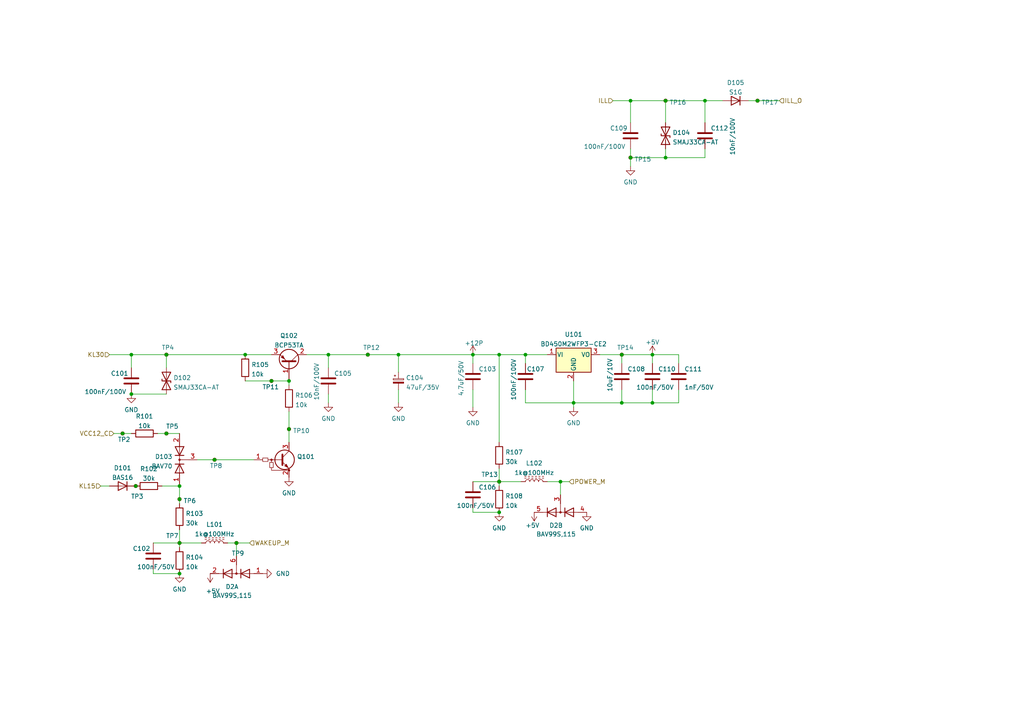
<source format=kicad_sch>
(kicad_sch (version 20211123) (generator eeschema)
  (paper "A4")
  (lib_symbols
    (symbol "C_1" (pin_numbers hide) (pin_names (offset 0.254))
      (property "Reference" "C" (at 0.635 2.54 0))
      (property "Value" "C_1" (at 0.635 -2.54 0))
      (symbol "C_1_0_1"
        (polyline (pts (xy -2.032 -0.762) (xy 2.032 -0.762)) (stroke (width 0.508)))
        (polyline (pts (xy -2.032 0.762) (xy 2.032 0.762)) (stroke (width 0.508)))
      )
      (symbol "C_1_1_1"
        (pin passive line (at 0 3.81 270) (length 2.794) (name "~") (number "1"))
        (pin passive line (at 0 -3.81 90) (length 2.794) (name "~") (number "2"))
      )
    )
    (symbol "C_2" (pin_numbers hide) (pin_names (offset 0.254))
      (property "Reference" "C" (at 0.635 2.54 0))
      (property "Value" "C_2" (at 0.635 -2.54 0))
      (symbol "C_2_0_1"
        (polyline (pts (xy -2.032 -0.762) (xy 2.032 -0.762)) (stroke (width 0.508)))
        (polyline (pts (xy -2.032 0.762) (xy 2.032 0.762)) (stroke (width 0.508)))
      )
      (symbol "C_2_1_1"
        (pin passive line (at 0 3.81 270) (length 2.794) (name "~") (number "1"))
        (pin passive line (at 0 -3.81 90) (length 2.794) (name "~") (number "2"))
      )
    )
    (symbol "C_4" (pin_numbers hide) (pin_names (offset 0.254))
      (property "Reference" "C" (at 0.635 2.54 0))
      (property "Value" "C_4" (at 0.635 -2.54 0))
      (symbol "C_4_0_1"
        (polyline (pts (xy -2.032 -0.762) (xy 2.032 -0.762)) (stroke (width 0.508)))
        (polyline (pts (xy -2.032 0.762) (xy 2.032 0.762)) (stroke (width 0.508)))
      )
      (symbol "C_4_1_1"
        (pin passive line (at 0 3.81 270) (length 2.794) (name "~") (number "1"))
        (pin passive line (at 0 -3.81 90) (length 2.794) (name "~") (number "2"))
      )
    )
    (symbol "C_7" (pin_numbers hide) (pin_names (offset 0.254))
      (property "Reference" "C" (at 0.635 2.54 0))
      (property "Value" "C_7" (at 0.635 -2.54 0))
      (symbol "C_7_0_1"
        (polyline (pts (xy -2.032 -0.762) (xy 2.032 -0.762)) (stroke (width 0.508)))
        (polyline (pts (xy -2.032 0.762) (xy 2.032 0.762)) (stroke (width 0.508)))
      )
      (symbol "C_7_1_1"
        (pin passive line (at 0 3.81 270) (length 2.794) (name "~") (number "1"))
        (pin passive line (at 0 -3.81 90) (length 2.794) (name "~") (number "2"))
      )
    )
    (symbol "C_8" (pin_numbers hide) (pin_names (offset 0.254))
      (property "Reference" "C" (at 0.635 2.54 0))
      (property "Value" "C_8" (at 0.635 -2.54 0))
      (symbol "C_8_0_1"
        (polyline (pts (xy -2.032 -0.762) (xy 2.032 -0.762)) (stroke (width 0.508)))
        (polyline (pts (xy -2.032 0.762) (xy 2.032 0.762)) (stroke (width 0.508)))
      )
      (symbol "C_8_1_1"
        (pin passive line (at 0 3.81 270) (length 2.794) (name "~") (number "1"))
        (pin passive line (at 0 -3.81 90) (length 2.794) (name "~") (number "2"))
      )
    )
    (symbol "C_9" (pin_numbers hide) (pin_names (offset 0.254))
      (property "Reference" "C" (at 0.635 2.54 0))
      (property "Value" "C_9" (at 0.635 -2.54 0))
      (symbol "C_9_0_1"
        (polyline (pts (xy -2.032 -0.762) (xy 2.032 -0.762)) (stroke (width 0.508)))
        (polyline (pts (xy -2.032 0.762) (xy 2.032 0.762)) (stroke (width 0.508)))
      )
      (symbol "C_9_1_1"
        (pin passive line (at 0 3.81 270) (length 2.794) (name "~") (number "1"))
        (pin passive line (at 0 -3.81 90) (length 2.794) (name "~") (number "2"))
      )
    )
    (symbol "Connector:TestPoint_Small" (pin_numbers hide) (pin_names (offset 0.762) hide)
      (property "Reference" "TP" (at 0 3.81 0))
      (property "Value" "TestPoint_Small" (at 0 2.032 0))
      (symbol "TestPoint_Small_0_1"
        (circle (center 0 0) (radius 0.508))
      )
      (symbol "TestPoint_Small_1_1"
        (pin passive line (at 0 0 90) (length 0) (name "1") (number "1"))
      )
    )
    (symbol "Device:C_Polarized_Small" (pin_numbers hide) (pin_names (offset 0.254) hide)
      (property "Reference" "C" (at 0.254 1.778 0))
      (property "Value" "C_Polarized_Small" (at 0.254 -2.032 0))
      (symbol "C_Polarized_Small_0_1"
        (rectangle (start -1.524 -0.3048) (end 1.524 -0.6858) (fill (type outline)))
        (rectangle (start -1.524 0.6858) (end 1.524 0.3048))
        (polyline (pts (xy -1.27 1.524) (xy -0.762 1.524)))
        (polyline (pts (xy -1.016 1.27) (xy -1.016 1.778)))
      )
      (symbol "C_Polarized_Small_1_1"
        (pin passive line (at 0 2.54 270) (length 1.8542) (name "~") (number "1"))
        (pin passive line (at 0 -2.54 90) (length 1.8542) (name "~") (number "2"))
      )
    )
    (symbol "Device:D" (pin_numbers hide) (pin_names (offset 1.016) hide)
      (property "Reference" "D" (at 0 2.54 0))
      (property "Value" "D" (at 0 -2.54 0))
      (symbol "D_0_1"
        (polyline (pts (xy -1.27 1.27) (xy -1.27 -1.27)) (stroke (width 0.254)))
        (polyline (pts (xy 1.27 0) (xy -1.27 0)))
        (polyline (pts (xy 1.27 1.27) (xy 1.27 -1.27) (xy -1.27 0) (xy 1.27 1.27)) (stroke (width 0.254)))
      )
      (symbol "D_1_1"
        (pin passive line (at -3.81 0 0) (length 2.54) (name "K") (number "1"))
        (pin passive line (at 3.81 0 180) (length 2.54) (name "A") (number "2"))
      )
    )
    (symbol "Device:D_TVS" (pin_numbers hide) (pin_names (offset 1.016) hide)
      (property "Reference" "D" (at 0 2.54 0))
      (property "Value" "D_TVS" (at 0 -2.54 0))
      (symbol "D_TVS_0_1"
        (polyline (pts (xy 1.27 0) (xy -1.27 0)))
        (polyline (pts (xy 0.508 1.27) (xy 0 1.27) (xy 0 -1.27) (xy -0.508 -1.27)) (stroke (width 0.254)))
        (polyline (pts (xy -2.54 1.27) (xy -2.54 -1.27) (xy 2.54 1.27) (xy 2.54 -1.27) (xy -2.54 1.27)) (stroke (width 0.254)))
      )
      (symbol "D_TVS_1_1"
        (pin passive line (at -3.81 0 0) (length 2.54) (name "A1") (number "1"))
        (pin passive line (at 3.81 0 180) (length 2.54) (name "A2") (number "2"))
      )
    )
    (symbol "Device:L_Ferrite" (pin_numbers hide) (pin_names (offset 1.016) hide)
      (property "Reference" "L" (at -1.27 0 90))
      (property "Value" "L_Ferrite" (at 2.794 0 90))
      (symbol "L_Ferrite_0_1"
        (arc (start 0 -2.54) (mid 0.635 -1.905) (end 0 -1.27))
        (arc (start 0 -1.27) (mid 0.635 -0.635) (end 0 0))
        (polyline (pts (xy 1.016 -2.794) (xy 1.016 -2.286)))
        (polyline (pts (xy 1.016 -1.778) (xy 1.016 -1.27)))
        (polyline (pts (xy 1.016 -0.762) (xy 1.016 -0.254)))
        (polyline (pts (xy 1.016 0.254) (xy 1.016 0.762)))
        (polyline (pts (xy 1.016 1.27) (xy 1.016 1.778)))
        (polyline (pts (xy 1.016 2.286) (xy 1.016 2.794)))
        (polyline (pts (xy 1.524 -2.286) (xy 1.524 -2.794)))
        (polyline (pts (xy 1.524 -1.27) (xy 1.524 -1.778)))
        (polyline (pts (xy 1.524 -0.254) (xy 1.524 -0.762)))
        (polyline (pts (xy 1.524 0.762) (xy 1.524 0.254)))
        (polyline (pts (xy 1.524 1.778) (xy 1.524 1.27)))
        (polyline (pts (xy 1.524 2.794) (xy 1.524 2.286)))
        (arc (start 0 0) (mid 0.635 0.635) (end 0 1.27))
        (arc (start 0 1.27) (mid 0.635 1.905) (end 0 2.54))
      )
      (symbol "L_Ferrite_1_1"
        (pin passive line (at 0 3.81 270) (length 1.27) (name "1") (number "1"))
        (pin passive line (at 0 -3.81 90) (length 1.27) (name "2") (number "2"))
      )
    )
    (symbol "Device:Q_NPN_BEC_BRT" (pin_names hide)
      (property "Reference" "Q" (at 3.81 1.27 0))
      (property "Value" "Q_NPN_BEC_BRT" (at 3.81 -1.27 0))
      (symbol "Q_NPN_BEC_BRT_0_1"
        (rectangle (start -6.35 0.508) (end -4.826 -0.508))
        (rectangle (start -4.318 -2.286) (end -3.302 -0.762))
        (circle (center -3.81 0) (radius 0.254) (fill (type outline)))
        (polyline (pts (xy -3.81 -0.762) (xy -3.81 0)))
        (polyline (pts (xy -0.762 0) (xy -4.826 0)))
        (polyline (pts (xy -0.635 1.524) (xy -0.635 -1.524)) (stroke (width 0.508)))
        (polyline (pts (xy -3.81 -2.286) (xy -3.81 -3.048) (xy 1.27 -3.048)))
        (circle (center 1.27 -3.048) (radius 0.254) (fill (type outline)))
      )
      (symbol "Q_NPN_BEC_BRT_1_1"
        (polyline (pts (xy -0.635 0.635) (xy 1.27 2.54)))
        (polyline (pts (xy -0.635 -0.635) (xy 1.27 -2.54) (xy 1.27 -2.54)))
        (polyline (pts (xy 0 -1.778) (xy 0.508 -1.27) (xy 1.016 -2.286) (xy 0 -1.778) (xy 0 -1.778)) (fill (type outline)))
        (circle (center 0 0) (radius 2.8194) (stroke (width 0.254)))
        (pin input line (at -8.89 0 0) (length 2.54) (name "B") (number "1"))
        (pin passive line (at 1.27 -5.08 90) (length 2.54) (name "E") (number "2"))
        (pin passive line (at 1.27 5.08 270) (length 2.54) (name "C") (number "3"))
      )
    )
    (symbol "Device:R" (pin_numbers hide) (pin_names (offset 0))
      (property "Reference" "R" (at 2.032 0 90))
      (property "Value" "R" (at 0 0 90))
      (symbol "R_0_1"
        (rectangle (start -1.016 -2.54) (end 1.016 2.54) (stroke (width 0.254)))
      )
      (symbol "R_1_1"
        (pin passive line (at 0 3.81 270) (length 1.27) (name "~") (number "1"))
        (pin passive line (at 0 -3.81 90) (length 1.27) (name "~") (number "2"))
      )
    )
    (symbol "Diode:BAV70" (pin_names (offset 0.762) hide)
      (property "Reference" "D" (at 0.635 -2.54 0))
      (property "Value" "BAV70" (at 0 2.54 0))
      (symbol "BAV70_0_1"
        (polyline (pts (xy -3.81 0) (xy 3.81 0)))
        (polyline (pts (xy 0 0) (xy 0 -2.54)))
        (polyline (pts (xy -1.27 -1.27) (xy -1.27 1.27) (xy -1.27 1.27)) (stroke (width 0.254)))
        (polyline (pts (xy 1.27 -1.27) (xy 1.27 1.27) (xy 1.27 1.27)) (stroke (width 0.254)))
        (polyline (pts (xy -3.81 1.27) (xy -1.27 0) (xy -3.81 -1.27) (xy -3.81 1.27) (xy -3.81 1.27) (xy -3.81 1.27)) (stroke (width 0.254)))
        (polyline (pts (xy 3.81 -1.27) (xy 1.27 0) (xy 3.81 1.27) (xy 3.81 -1.27) (xy 3.81 -1.27) (xy 3.81 -1.27)) (stroke (width 0.254)))
        (circle (center 0 0) (radius 0.254) (fill (type outline)))
        (pin passive line (at -7.62 0 0) (length 3.81) (name "A") (number "1"))
        (pin passive line (at 7.62 0 180) (length 3.81) (name "A") (number "2"))
        (pin passive line (at 0 -5.08 90) (length 2.54) (name "K") (number "3"))
      )
    )
    (symbol "Diode:BAV99S" (pin_names (offset 0.0254) hide)
      (property "Reference" "D" (at 0 2.54 0))
      (property "Value" "BAV99S" (at 0 5.08 0))
      (symbol "BAV99S_0_1"
        (polyline (pts (xy -5.08 0) (xy 5.08 0)))
        (polyline (pts (xy 0 0) (xy 0 -2.54)))
        (polyline (pts (xy -1.27 -1.27) (xy -1.27 1.27) (xy -1.27 1.27)) (stroke (width 0.254)))
        (polyline (pts (xy 3.81 1.27) (xy 3.81 -1.27) (xy 3.81 -1.27)) (stroke (width 0.254)))
        (polyline (pts (xy -3.81 1.27) (xy -1.27 0) (xy -3.81 -1.27) (xy -3.81 1.27) (xy -3.81 1.27) (xy -3.81 1.27)) (stroke (width 0.254)))
        (polyline (pts (xy 1.27 1.27) (xy 3.81 0) (xy 1.27 -1.27) (xy 1.27 1.27) (xy 1.27 1.27) (xy 1.27 1.27)) (stroke (width 0.254)))
        (circle (center 0 0) (radius 0.254) (fill (type outline)))
      )
      (symbol "BAV99S_1_1"
        (polyline (pts (xy 6.35 0) (xy 7.62 0)))
        (pin passive line (at -7.62 0 0) (length 2.54) (name "A1") (number "1"))
        (pin passive line (at 7.62 0 180) (length 2.54) (name "K2") (number "2"))
        (pin passive line (at 0 -5.08 90) (length 2.54) (name "K3A4") (number "6"))
      )
      (symbol "BAV99S_2_1"
        (polyline (pts (xy 6.35 0) (xy 7.62 0)))
        (pin passive line (at 0 -5.08 90) (length 2.54) (name "K1A2") (number "3"))
        (pin passive line (at -7.62 0 0) (length 2.54) (name "A3") (number "4"))
        (pin passive line (at 7.62 0 180) (length 2.54) (name "K4") (number "5"))
      )
    )
    (symbol "Regulator_Linear:MCP1703A-1202_SOT223" (pin_names (offset 0.254))
      (property "Reference" "U" (at -3.81 3.175 0))
      (property "Value" "MCP1703A-1202_SOT223" (at 0 3.175 0))
      (symbol "MCP1703A-1202_SOT223_0_1"
        (rectangle (start -5.08 -5.08) (end 5.08 1.905) (stroke (width 0.254)) (fill (type background)))
      )
      (symbol "MCP1703A-1202_SOT223_1_1"
        (pin power_in line (at -7.62 0 0) (length 2.54) (name "VI") (number "1"))
        (pin power_in line (at 0 -7.62 90) (length 2.54) (name "GND") (number "2"))
        (pin power_out line (at 7.62 0 180) (length 2.54) (name "VO") (number "3"))
      )
    )
    (symbol "Transistor_BJT:BCP53" (pin_names (offset 0) hide)
      (property "Reference" "Q" (at 5.08 1.905 0))
      (property "Value" "BCP53" (at 5.08 0 0))
      (symbol "BCP53_0_1"
        (polyline (pts (xy 0.635 0.635) (xy 2.54 2.54)))
        (polyline (pts (xy 0.635 -0.635) (xy 2.54 -2.54) (xy 2.54 -2.54)))
        (polyline (pts (xy 0.635 1.905) (xy 0.635 -1.905) (xy 0.635 -1.905)) (stroke (width 0.508)))
        (polyline (pts (xy 2.286 -1.778) (xy 1.778 -2.286) (xy 1.27 -1.27) (xy 2.286 -1.778) (xy 2.286 -1.778)) (fill (type outline)))
        (circle (center 1.27 0) (radius 2.8194) (stroke (width 0.254)))
      )
      (symbol "BCP53_1_1"
        (pin input line (at -5.08 0 0) (length 5.715) (name "B") (number "1"))
        (pin passive line (at 2.54 5.08 270) (length 2.54) (name "C") (number "2"))
        (pin passive line (at 2.54 -5.08 90) (length 2.54) (name "E") (number "3"))
        (pin passive line (at 2.54 5.08 270) (length 2.54) hide (name "C") (number "4"))
      )
    )
    (symbol "power:+12P" (power) (pin_names (offset 0))
      (property "Value" "+12P" (at 0 3.556 0))
      (symbol "+12P_0_1"
        (polyline (pts (xy -0.762 1.27) (xy 0 2.54)))
        (polyline (pts (xy 0 0) (xy 0 2.54)))
        (polyline (pts (xy 0 2.54) (xy 0.762 1.27)))
      )
      (symbol "+12P_1_1"
        (pin power_in line (at 0 0 90) (length 0) hide (name "+12P") (number "1"))
      )
    )
    (symbol "power:+5V" (power) (pin_names (offset 0))
      (property "Value" "+5V" (at 0 3.556 0))
      (symbol "+5V_0_1"
        (polyline (pts (xy -0.762 1.27) (xy 0 2.54)))
        (polyline (pts (xy 0 0) (xy 0 2.54)))
        (polyline (pts (xy 0 2.54) (xy 0.762 1.27)))
      )
      (symbol "+5V_1_1"
        (pin power_in line (at 0 0 90) (length 0) hide (name "+5V") (number "1"))
      )
    )
    (symbol "power:GND" (power) (pin_names (offset 0))
      (property "Value" "GND" (at 0 -3.81 0))
      (symbol "GND_0_1"
        (polyline (pts (xy 0 0) (xy 0 -1.27) (xy 1.27 -1.27) (xy 0 -2.54) (xy -1.27 -1.27) (xy 0 -1.27)))
      )
      (symbol "GND_1_1"
        (pin power_in line (at 0 0 270) (length 0) hide (name "GND") (number "1"))
      )
    )
  )
  (junction (at 39.37 140.97))
  (junction (at 106.68 102.87))
  (junction (at 68.58 157.48))
  (junction (at 83.82 124.46))
  (junction (at 95.25 102.87))
  (junction (at 193.04 45.72))
  (junction (at 152.4 102.87))
  (junction (at 52.07 157.48))
  (junction (at 166.37 116.84))
  (junction (at 182.88 45.72))
  (junction (at 38.1 114.3))
  (junction (at 182.88 29.21))
  (junction (at 83.82 110.49))
  (junction (at 115.57 102.87))
  (junction (at 180.34 116.84))
  (junction (at 52.07 144.78))
  (junction (at 52.07 166.37))
  (junction (at 71.12 102.87))
  (junction (at 144.78 148.59))
  (junction (at 219.71 29.21))
  (junction (at 48.26 125.73))
  (junction (at 189.23 116.84))
  (junction (at 137.16 102.87))
  (junction (at 62.23 133.35))
  (junction (at 162.56 139.7))
  (junction (at 193.04 29.21))
  (junction (at 35.56 125.73))
  (junction (at 38.1 102.87))
  (junction (at 204.47 29.21))
  (junction (at 78.74 110.49))
  (junction (at 48.26 102.87))
  (junction (at 180.34 102.87))
  (junction (at 144.78 139.7))
  (junction (at 144.78 102.87))
  (junction (at 52.07 140.97))
  (junction (at 189.23 102.87))
  (wire (pts (xy 189.23 116.84) (xy 196.85 116.84)))
  (wire (pts (xy 196.85 116.84) (xy 196.85 113.03)))
  (wire (pts (xy 204.47 29.21) (xy 204.47 35.56)))
  (wire (pts (xy 217.17 29.21) (xy 219.71 29.21)))
  (wire (pts (xy 219.71 29.21) (xy 226.06 29.21)))
  (wire (pts (xy 137.16 148.59) (xy 144.78 148.59)))
  (wire (pts (xy 71.12 102.87) (xy 78.74 102.87)))
  (wire (pts (xy 152.4 113.03) (xy 152.4 116.84)))
  (wire (pts (xy 152.4 116.84) (xy 166.37 116.84)))
  (wire (pts (xy 144.78 102.87) (xy 144.78 128.27)))
  (wire (pts (xy 182.88 43.18) (xy 182.88 45.72)))
  (wire (pts (xy 182.88 45.72) (xy 193.04 45.72)))
  (wire (pts (xy 193.04 45.72) (xy 193.04 43.18)))
  (wire (pts (xy 33.02 125.73) (xy 35.56 125.73)))
  (wire (pts (xy 35.56 125.73) (xy 38.1 125.73)))
  (wire (pts (xy 162.56 139.7) (xy 162.56 143.51)))
  (wire (pts (xy 137.16 102.87) (xy 137.16 105.41)))
  (wire (pts (xy 29.21 140.97) (xy 31.75 140.97)))
  (wire (pts (xy 137.16 113.03) (xy 137.16 118.11)))
  (wire (pts (xy 182.88 45.72) (xy 182.88 48.26)))
  (wire (pts (xy 173.99 102.87) (xy 180.34 102.87)))
  (wire (pts (xy 180.34 102.87) (xy 189.23 102.87)))
  (wire (pts (xy 189.23 102.87) (xy 189.23 105.41)))
  (wire (pts (xy 83.82 110.49) (xy 83.82 111.76)))
  (wire (pts (xy 180.34 102.87) (xy 180.34 105.41)))
  (wire (pts (xy 193.04 29.21) (xy 193.04 35.56)))
  (wire (pts (xy 68.58 157.48) (xy 68.58 161.29)))
  (wire (pts (xy 177.8 29.21) (xy 182.88 29.21)))
  (wire (pts (xy 182.88 29.21) (xy 193.04 29.21)))
  (wire (pts (xy 193.04 29.21) (xy 204.47 29.21)))
  (wire (pts (xy 204.47 29.21) (xy 209.55 29.21)))
  (wire (pts (xy 162.56 139.7) (xy 165.1 139.7)))
  (wire (pts (xy 88.9 102.87) (xy 95.25 102.87)))
  (wire (pts (xy 95.25 102.87) (xy 106.68 102.87)))
  (wire (pts (xy 106.68 102.87) (xy 115.57 102.87)))
  (wire (pts (xy 95.25 114.3) (xy 95.25 116.84)))
  (wire (pts (xy 137.16 147.32) (xy 137.16 148.59)))
  (wire (pts (xy 166.37 110.49) (xy 166.37 116.84)))
  (wire (pts (xy 166.37 116.84) (xy 166.37 118.11)))
  (wire (pts (xy 115.57 102.87) (xy 115.57 107.95)))
  (wire (pts (xy 204.47 43.18) (xy 204.47 45.72)))
  (wire (pts (xy 204.47 45.72) (xy 193.04 45.72)))
  (wire (pts (xy 31.75 102.87) (xy 38.1 102.87)))
  (wire (pts (xy 38.1 102.87) (xy 38.1 106.68)))
  (wire (pts (xy 182.88 29.21) (xy 182.88 35.56)))
  (wire (pts (xy 52.07 153.67) (xy 52.07 157.48)))
  (wire (pts (xy 52.07 157.48) (xy 52.07 158.75)))
  (wire (pts (xy 46.99 140.97) (xy 52.07 140.97)))
  (wire (pts (xy 44.45 157.48) (xy 52.07 157.48)))
  (wire (pts (xy 71.12 110.49) (xy 78.74 110.49)))
  (wire (pts (xy 78.74 110.49) (xy 83.82 110.49)))
  (wire (pts (xy 95.25 102.87) (xy 95.25 106.68)))
  (wire (pts (xy 137.16 139.7) (xy 144.78 139.7)))
  (wire (pts (xy 57.15 133.35) (xy 62.23 133.35)))
  (wire (pts (xy 62.23 133.35) (xy 73.66 133.35)))
  (wire (pts (xy 166.37 116.84) (xy 180.34 116.84)))
  (wire (pts (xy 180.34 116.84) (xy 189.23 116.84)))
  (wire (pts (xy 189.23 116.84) (xy 189.23 113.03)))
  (wire (pts (xy 52.07 157.48) (xy 58.42 157.48)))
  (wire (pts (xy 83.82 119.38) (xy 83.82 124.46)))
  (wire (pts (xy 83.82 124.46) (xy 83.82 128.27)))
  (wire (pts (xy 144.78 139.7) (xy 144.78 140.97)))
  (wire (pts (xy 115.57 113.03) (xy 115.57 116.84)))
  (wire (pts (xy 38.1 102.87) (xy 48.26 102.87)))
  (wire (pts (xy 48.26 102.87) (xy 48.26 106.68)))
  (wire (pts (xy 66.04 157.48) (xy 68.58 157.48)))
  (wire (pts (xy 68.58 157.48) (xy 72.39 157.48)))
  (wire (pts (xy 144.78 139.7) (xy 151.13 139.7)))
  (wire (pts (xy 52.07 140.97) (xy 52.07 144.78)))
  (wire (pts (xy 52.07 144.78) (xy 52.07 146.05)))
  (wire (pts (xy 45.72 125.73) (xy 48.26 125.73)))
  (wire (pts (xy 48.26 125.73) (xy 52.07 125.73)))
  (wire (pts (xy 144.78 135.89) (xy 144.78 139.7)))
  (wire (pts (xy 115.57 102.87) (xy 137.16 102.87)))
  (wire (pts (xy 137.16 102.87) (xy 144.78 102.87)))
  (wire (pts (xy 144.78 102.87) (xy 152.4 102.87)))
  (wire (pts (xy 152.4 102.87) (xy 158.75 102.87)))
  (wire (pts (xy 180.34 113.03) (xy 180.34 116.84)))
  (wire (pts (xy 189.23 102.87) (xy 196.85 102.87)))
  (wire (pts (xy 196.85 102.87) (xy 196.85 105.41)))
  (wire (pts (xy 158.75 139.7) (xy 162.56 139.7)))
  (wire (pts (xy 48.26 102.87) (xy 71.12 102.87)))
  (wire (pts (xy 44.45 165.1) (xy 44.45 166.37)))
  (wire (pts (xy 44.45 166.37) (xy 52.07 166.37)))
  (wire (pts (xy 152.4 102.87) (xy 152.4 105.41)))
  (wire (pts (xy 38.1 114.3) (xy 48.26 114.3)))
  (hierarchical_label "VCC12_C" (shape input) (at 33.02 125.73 180))
  (hierarchical_label "ILL" (shape input) (at 177.8 29.21 180))
  (hierarchical_label "KL30" (shape input) (at 31.75 102.87 180))
  (hierarchical_label "KL15" (shape input) (at 29.21 140.97 180))
  (hierarchical_label "WAKEUP_M" (shape input) (at 72.39 157.48 0))
  (hierarchical_label "POWER_M" (shape input) (at 165.1 139.7 0))
  (hierarchical_label "ILL_O" (shape input) (at 226.06 29.21 0))
  (symbol (lib_id "power:GND") (at 83.82 138.43 0) (unit 1)
    (property "Reference" "#PWR0106" (effects hide))
    (property "Value" "GND" (at 83.82 142.9924 0))
  )
  (symbol (lib_id "power:+5V") (at 154.94 148.59 180) (unit 1)
    (property "Reference" "#PWR04" (effects hide))
    (property "Value" "+5V" (at 152.4 152.4 0) (effects (justify right)))
  )
  (symbol (lib_name "C_7") (lib_id "Device:C") (at 189.23 109.22 0) (unit 1)
    (property "Reference" "C110" (at 190.881 107.0415 0) (effects (justify left)))
    (property "Value" "100nF/50V" (at 184.531 112.3566 0) (effects (justify left)))
    (property "Footprint" "Capacitor_SMD:C_0603_1608Metric" (effects hide))
    (property "Manufacturer Product Number" " AC0603KRX7R9BB104" (effects hide))
    (property "Manufacturer" "YAGEO" (effects hide))
    (property "Description" "CAP CER 100nF 50V X7R 0603" (effects hide))
    (property "Descriptions" "CAP CER 100nF 50V X7R 0603" (effects hide))
  )
  (symbol (lib_id "Connector:TestPoint_Small") (at 106.68 102.87 180) (unit 1)
    (property "Reference" "TP12" (at 105.283 100.809 0) (effects (justify right)))
    (property "Value" "TestPoint_Small" (effects hide))
    (property "Footprint" "TestPoint:TestPoint_Pad_D1.0mm" (effects hide))
  )
  (symbol (lib_id "power:+12P") (at 137.16 102.87 0) (unit 1)
    (property "Reference" "#PWR0109" (effects hide))
    (property "Value" "+12P" (at 134.747 99.539 0) (effects (justify left)))
  )
  (symbol (lib_id "power:GND") (at 95.25 116.84 0) (unit 1)
    (property "Reference" "#PWR0107" (effects hide))
    (property "Value" "GND" (at 95.25 121.4024 0))
  )
  (symbol (lib_id "Diode:BAV70") (at 52.07 133.35 90) (unit 1)
    (property "Reference" "D103" (at 50.038 132.4415 90) (effects (justify left)))
    (property "Value" "BAV70" (at 50.038 135.2166 90) (effects (justify left)))
    (property "Footprint" "Package_TO_SOT_SMD:SOT-23" (effects hide))
    (property "Datasheet" "https://assets.nexperia.com/documents/data-sheet/BAV70_SER.pdf" (effects hide))
    (property "Manufacturer Product Number" "BAV70LT1G" (effects hide))
    (property "Manufacturer" "onsemi" (effects hide))
    (property "Description" "DIODE ARRAY GP 100V 200MA SOT23" (effects hide))
    (property "Descriptions" "DIODE ARRAY GP 100V 200MA SOT23" (effects hide))
  )
  (symbol (lib_id "power:GND") (at 52.07 166.37 0) (unit 1)
    (property "Reference" "#PWR0105" (effects hide))
    (property "Value" "GND" (at 52.07 170.9324 0))
  )
  (symbol (lib_name "C_4") (lib_id "Device:C") (at 182.88 39.37 0) (unit 1)
    (property "Reference" "C109" (at 176.911 37.1915 0) (effects (justify left)))
    (property "Value" "100nF/100V" (at 169.291 42.5066 0) (effects (justify left)))
    (property "Footprint" "Capacitor_SMD:C_0805_2012Metric" (effects hide))
    (property "Manufacturer Product Number" "AC0805KKX7R0BB104" (effects hide))
    (property "Manufacturer" "YAGEO" (effects hide))
    (property "Description" "CAP CER 0.1uF 100V X7R 0805" (effects hide))
    (property "Descriptions" "CAP CER 0.1uF 100V X7R 0805" (effects hide))
  )
  (symbol (lib_id "Device:D") (at 213.36 29.21 180) (unit 1)
    (property "Reference" "D105" (at 213.36 23.9735 0))
    (property "Value" "S1G" (at 213.36 26.7486 0))
    (property "Footprint" "Diode_SMD:D_SMA" (effects hide))
    (property "Manufacturer Product Number" "S1G-13-F" (effects hide))
    (property "Manufacturer" "Diodes Incorporated" (effects hide))
    (property "Description" "DIODE GEN PURP 400V 1A SMA" (effects hide))
    (property "Descriptions" "DIODE GEN PURP 400V 1A SMA" (effects hide))
  )
  (symbol (lib_id "Connector:TestPoint_Small") (at 39.37 140.97 180) (unit 1)
    (property "Reference" "TP3" (at 37.973 143.989 0) (effects (justify right)))
    (property "Value" "TestPoint_Small" (effects hide))
    (property "Footprint" "TestPoint:TestPoint_Pad_D1.0mm" (effects hide))
  )
  (symbol (lib_id "Diode:BAV99S") (at 162.56 148.59 180) (unit 2)
    (property "Reference" "D2" (at 161.29 152.4 0))
    (property "Value" "BAV99S,115" (at 161.29 154.94 0))
    (property "Footprint" "Package_TO_SOT_SMD:SOT-363_SC-70-6" (effects hide))
    (property "Datasheet" "https://assets.nexperia.com/documents/data-sheet/BAV99_SER.pdf" (effects hide))
  )
  (symbol (lib_id "Connector:TestPoint_Small") (at 144.78 139.7 180) (unit 1)
    (property "Reference" "TP13" (at 139.573 137.639 0) (effects (justify right)))
    (property "Value" "TestPoint_Small" (effects hide))
    (property "Footprint" "TestPoint:TestPoint_Pad_D1.0mm" (effects hide))
  )
  (symbol (lib_id "Device:L_Ferrite") (at 154.94 139.7 90) (unit 1)
    (property "Reference" "L102" (at 154.94 134.3364 90))
    (property "Value" "1k@100MHz" (at 154.94 137.1115 90))
    (property "Footprint" "Capacitor_SMD:C_0603_1608Metric" (effects hide))
    (property "Manufacturer Product Number" "BLM18RK102SN1D" (effects hide))
    (property "Manufacturer" "Murata Electronics" (effects hide))
    (property "Description" "FERRITEBEAD SMD AUTOMOTIVE POWER" (effects hide))
    (property "Descriptions" "FERRITEBEAD SMD AUTOMOTIVE POWER" (effects hide))
  )
  (symbol (lib_id "Device:C_Polarized_Small") (at 115.57 110.49 0) (unit 1)
    (property "Reference" "C104" (at 117.729 109.5815 0) (effects (justify left)))
    (property "Value" "47uF/35V" (at 117.729 112.3566 0) (effects (justify left)))
    (property "Footprint" "Capacitor_SMD:CP_Elec_6.3x9.9" (effects hide))
    (property "Manufacturer Product Number" "35THV47M6.3X8" (effects hide))
    (property "Manufacturer" "rubycon(红宝石)" (effects hide))
    (property "Description" "CAP ALUM 47UF 20% 35V SMD" (effects hide))
    (property "Descriptions" "CAP ALUM 47UF 20% 35V SMD" (effects hide))
  )
  (symbol (lib_id "Device:D_TVS") (at 193.04 39.37 90) (unit 1)
    (property "Reference" "D104" (at 195.072 38.4615 90) (effects (justify right)))
    (property "Value" "SMAJ33CA-AT" (at 195.072 41.2366 90) (effects (justify right)))
    (property "Footprint" "Diode_SMD:D_SMA" (effects hide))
    (property "Manufacturer Product Number" "SMAJ33CA-AT" (effects hide))
    (property "Description" "TVS 35.7V 7.5A SMA" (effects hide))
    (property "Descriptions" "TVS 35.7V 7.5A SMA" (effects hide))
  )
  (symbol (lib_id "Connector:TestPoint_Small") (at 180.34 102.87 180) (unit 1)
    (property "Reference" "TP14" (at 178.943 100.809 0) (effects (justify right)))
    (property "Value" "TestPoint_Small" (effects hide))
    (property "Footprint" "TestPoint:TestPoint_Pad_D1.0mm" (effects hide))
  )
  (symbol (lib_id "Device:R") (at 144.78 132.08 180) (unit 1)
    (property "Reference" "R107" (at 146.558 131.1715 0) (effects (justify right)))
    (property "Value" "30k" (at 146.558 133.9466 0) (effects (justify right)))
    (property "Footprint" "Resistor_SMD:R_0603_1608Metric" (effects hide))
    (property "Manufacturer" "RESI(开步睿思)" (effects hide))
    (property "Description" "RES 30K 1% 1/10W 0603" (effects hide))
    (property "Manufacturer Product Number" "AECR0603F30K0K9" (effects hide))
    (property "Descriptions" "RES 30K 1% 1/10W 0603" (effects hide))
  )
  (symbol (lib_name "C_2") (lib_id "Device:C") (at 95.25 110.49 0) (unit 1)
    (property "Reference" "C105" (at 96.901 108.3115 0) (effects (justify left)))
    (property "Value" "10nF/100V" (at 91.821 116.1666 90) (effects (justify left)))
    (property "Footprint" "Capacitor_SMD:C_0603_1608Metric" (effects hide))
    (property "Manufacturer Product Number" "AC0603KRX7R0BB103" (effects hide))
    (property "Manufacturer" "YAGEO" (effects hide))
    (property "Description" "CAP CER 10nF 100V X7R 0603" (effects hide))
    (property "Descriptions" "CAP CER 10nF 100V X7R 0603" (effects hide))
  )
  (symbol (lib_id "Device:R") (at 52.07 149.86 180) (unit 1)
    (property "Reference" "R103" (at 53.848 148.9515 0) (effects (justify right)))
    (property "Value" "30k" (at 53.848 151.7266 0) (effects (justify right)))
    (property "Footprint" "Resistor_SMD:R_0603_1608Metric" (effects hide))
    (property "Manufacturer" "RESI(开步睿思)" (effects hide))
    (property "Description" "RES 30K 1% 1/10W 0603" (effects hide))
    (property "Manufacturer Product Number" "AECR0603F30K0K9" (effects hide))
    (property "Descriptions" "RES 30K 1% 1/10W 0603" (effects hide))
  )
  (symbol (lib_id "Connector:TestPoint_Small") (at 83.82 124.46 180) (unit 1)
    (property "Reference" "TP10" (at 84.963 124.939 0) (effects (justify right)))
    (property "Value" "TestPoint_Small" (effects hide))
    (property "Footprint" "TestPoint:TestPoint_Pad_D1.0mm" (effects hide))
  )
  (symbol (lib_id "Connector:TestPoint_Small") (at 78.74 110.49 180) (unit 1)
    (property "Reference" "TP11" (at 76.073 112.239 0) (effects (justify right)))
    (property "Value" "TestPoint_Small" (effects hide))
    (property "Footprint" "TestPoint:TestPoint_Pad_D1.0mm" (effects hide))
  )
  (symbol (lib_name "C_4") (lib_id "Device:C") (at 152.4 109.22 0) (unit 1)
    (property "Reference" "C107" (at 152.781 107.0415 0) (effects (justify left)))
    (property "Value" "100nF/100V" (at 148.971 116.1666 90) (effects (justify left)))
    (property "Footprint" "Capacitor_SMD:C_0805_2012Metric" (effects hide))
    (property "Manufacturer Product Number" "AC0805KKX7R0BB104" (effects hide))
    (property "Manufacturer" "YAGEO" (effects hide))
    (property "Description" "CAP CER 0.1uF 100V X7R 0805" (effects hide))
    (property "Descriptions" "CAP CER 0.1uF 100V X7R 0805" (effects hide))
  )
  (symbol (lib_id "Device:R") (at 144.78 144.78 0) (unit 1)
    (property "Reference" "R108" (at 146.558 143.8715 0) (effects (justify left)))
    (property "Value" "10k" (at 146.558 146.6466 0) (effects (justify left)))
    (property "Footprint" "Resistor_SMD:R_0603_1608Metric" (effects hide))
    (property "Manufacturer" "RESI(开步睿思)" (effects hide))
    (property "Description" "RES 10k 1% 1/10W 0603" (effects hide))
    (property "Manufacturer Product Number" "AECR0603F10K0K9" (effects hide))
    (property "Descriptions" "RES 10k 1% 1/10W 0603" (effects hide))
  )
  (symbol (lib_id "Device:R") (at 41.91 125.73 90) (unit 1)
    (property "Reference" "R101" (at 41.91 120.7475 90))
    (property "Value" "10k" (at 41.91 123.5226 90))
    (property "Footprint" "Resistor_SMD:R_0603_1608Metric" (effects hide))
    (property "Manufacturer" "RESI(开步睿思)" (effects hide))
    (property "Description" "RES 10k 1% 1/10W 0603" (effects hide))
    (property "Manufacturer Product Number" "AECR0603F10K0K9" (effects hide))
    (property "Descriptions" "RES 10k 1% 1/10W 0603" (effects hide))
  )
  (symbol (lib_id "Connector:TestPoint_Small") (at 35.56 125.73 180) (unit 1)
    (property "Reference" "TP2" (at 34.163 127.479 0) (effects (justify right)))
    (property "Value" "TestPoint_Small" (effects hide))
    (property "Footprint" "TestPoint:TestPoint_Pad_D1.0mm" (effects hide))
  )
  (symbol (lib_id "Device:R") (at 83.82 115.57 0) (unit 1)
    (property "Reference" "R106" (at 85.598 114.6615 0) (effects (justify left)))
    (property "Value" "10k" (at 85.598 117.4366 0) (effects (justify left)))
    (property "Footprint" "Resistor_SMD:R_0603_1608Metric" (effects hide))
    (property "Manufacturer" "RESI(开步睿思)" (effects hide))
    (property "Description" "RES 10k 1% 1/10W 0603" (effects hide))
    (property "Manufacturer Product Number" "AECR0603F10K0K9" (effects hide))
    (property "Descriptions" "RES 10k 1% 1/10W 0603" (effects hide))
  )
  (symbol (lib_id "power:+5V") (at 189.23 102.87 0) (unit 1)
    (property "Reference" "#PWR0114" (effects hide))
    (property "Value" "+5V" (at 189.23 99.2655 0))
  )
  (symbol (lib_id "Connector:TestPoint_Small") (at 48.26 102.87 0) (unit 1)
    (property "Reference" "TP4" (at 46.863 100.809 0) (effects (justify left)))
    (property "Value" "TestPoint_Small" (effects hide))
    (property "Footprint" "TestPoint:TestPoint_Pad_D1.0mm" (effects hide))
  )
  (symbol (lib_name "C_7") (lib_id "Device:C") (at 137.16 143.51 0) (unit 1)
    (property "Reference" "C106" (at 138.811 141.3315 0) (effects (justify left)))
    (property "Value" "100nF/50V" (at 132.461 146.6466 0) (effects (justify left)))
    (property "Footprint" "Capacitor_SMD:C_0603_1608Metric" (effects hide))
    (property "Manufacturer Product Number" " AC0603KRX7R9BB104" (effects hide))
    (property "Manufacturer" "YAGEO" (effects hide))
    (property "Description" "CAP CER 100nF 50V X7R 0603" (effects hide))
    (property "Descriptions" "CAP CER 100nF 50V X7R 0603" (effects hide))
  )
  (symbol (lib_name "C_4") (lib_id "Device:C") (at 38.1 110.49 0) (unit 1)
    (property "Reference" "C101" (at 32.131 108.3115 0) (effects (justify left)))
    (property "Value" "100nF/100V" (at 24.511 113.6266 0) (effects (justify left)))
    (property "Footprint" "Capacitor_SMD:C_0805_2012Metric" (effects hide))
    (property "Manufacturer Product Number" "AC0805KKX7R0BB104" (effects hide))
    (property "Manufacturer" "YAGEO" (effects hide))
    (property "Description" "CAP CER 0.1uF 100V X7R 0805" (effects hide))
    (property "Descriptions" "CAP CER 0.1uF 100V X7R 0805" (effects hide))
  )
  (symbol (lib_id "Connector:TestPoint_Small") (at 219.71 29.21 180) (unit 1)
    (property "Reference" "TP17" (at 220.853 29.689 0) (effects (justify right)))
    (property "Value" "TestPoint_Small" (effects hide))
    (property "Footprint" "TestPoint:TestPoint_Pad_D1.0mm" (effects hide))
  )
  (symbol (lib_id "Transistor_BJT:BCP53") (at 83.82 105.41 270) (mirror x) (unit 1)
    (property "Reference" "Q102" (at 83.82 97.354 90))
    (property "Value" "BCP53TA" (at 83.82 100.1291 90))
    (property "Footprint" "Package_TO_SOT_SMD:SOT-223-3_TabPin2" (effects hide))
    (property "Datasheet" "http://www.onsemi.com/pub_link/Collateral/BCP53T1-D.PDF" (effects hide))
    (property "Description" "TRANS PNP 80V 1A SOT223-4" (effects hide))
    (property "Manufacturer" "Diodes" (effects hide))
    (property "Manufacturer Product Number" "BCP53TA" (effects hide))
    (property "Descriptions" "TRANS PNP 80V 1A SOT223-4" (effects hide))
  )
  (symbol (lib_id "Device:R") (at 43.18 140.97 90) (unit 1)
    (property "Reference" "R102" (at 43.18 135.9875 90))
    (property "Value" "30k" (at 43.18 138.7626 90))
    (property "Footprint" "Resistor_SMD:R_0603_1608Metric" (effects hide))
    (property "Manufacturer" "RESI(开步睿思)" (effects hide))
    (property "Description" "RES 30K 1% 1/10W 0603" (effects hide))
    (property "Manufacturer Product Number" "AECR0603F30K0K9" (effects hide))
    (property "Descriptions" "RES 30K 1% 1/10W 0603" (effects hide))
  )
  (symbol (lib_name "C_7") (lib_id "Device:C") (at 44.45 161.29 0) (unit 1)
    (property "Reference" "C102" (at 38.481 159.1115 0) (effects (justify left)))
    (property "Value" "100nF/50V" (at 39.751 164.4266 0) (effects (justify left)))
    (property "Footprint" "Capacitor_SMD:C_0603_1608Metric" (effects hide))
    (property "Manufacturer Product Number" " AC0603KRX7R9BB104" (effects hide))
    (property "Manufacturer" "YAGEO" (effects hide))
    (property "Description" "CAP CER 100nF 50V X7R 0603" (effects hide))
    (property "Descriptions" "CAP CER 100nF 50V X7R 0603" (effects hide))
  )
  (symbol (lib_id "power:GND") (at 38.1 114.3 0) (unit 1)
    (property "Reference" "#PWR0104" (effects hide))
    (property "Value" "GND" (at 38.1 118.8624 0))
  )
  (symbol (lib_id "Connector:TestPoint_Small") (at 52.07 157.48 180) (unit 1)
    (property "Reference" "TP7" (at 48.133 155.419 0) (effects (justify right)))
    (property "Value" "TestPoint_Small" (effects hide))
    (property "Footprint" "TestPoint:TestPoint_Pad_D1.0mm" (effects hide))
  )
  (symbol (lib_id "Device:Q_NPN_BEC_BRT") (at 82.55 133.35 0) (unit 1)
    (property "Reference" "Q101" (at 86.1313 132.4415 0) (effects (justify left)))
    (property "Value" "DDTC114ECA-7-F|PDTC114ET,215" (effects hide))
    (property "Footprint" "Package_TO_SOT_SMD:SOT-23" (effects hide))
    (property "Manufacturer" "Diodes" (effects hide))
    (property "Manufacturer Product Number" "DDTC114ECA-7-F" (effects hide))
    (property "Description" "TRANS PREBIAS NPN 200MW SOT23-3" (effects hide))
    (property "Descriptions" "TRANS PREBIAS NPN 200MW SOT23-3" (effects hide))
  )
  (symbol (lib_id "power:+5V") (at 60.96 166.37 180) (unit 1)
    (property "Reference" "#PWR02" (effects hide))
    (property "Value" "+5V" (at 59.69 171.45 0) (effects (justify right)))
  )
  (symbol (lib_id "Device:D_TVS") (at 48.26 110.49 90) (unit 1)
    (property "Reference" "D102" (at 50.292 109.5815 90) (effects (justify right)))
    (property "Value" "SMAJ33CA-AT" (at 50.292 112.3566 90) (effects (justify right)))
    (property "Footprint" "Diode_SMD:D_SMA" (effects hide))
    (property "Manufacturer Product Number" "SMAJ33CA-AT" (effects hide))
    (property "Description" "TVS 35.7V 7.5A SMA" (effects hide))
    (property "Descriptions" "TVS 35.7V 7.5A SMA" (effects hide))
  )
  (symbol (lib_id "Device:L_Ferrite") (at 62.23 157.48 90) (unit 1)
    (property "Reference" "L101" (at 62.23 152.1164 90))
    (property "Value" "1k@100MHz" (at 62.23 154.8915 90))
    (property "Footprint" "Capacitor_SMD:C_0603_1608Metric" (effects hide))
    (property "Manufacturer Product Number" "BLM18RK102SN1D" (effects hide))
    (property "Manufacturer" "Murata Electronics" (effects hide))
    (property "Description" "FERRITEBEAD SMD AUTOMOTIVE POWER" (effects hide))
    (property "Descriptions" "FERRITEBEAD SMD AUTOMOTIVE POWER" (effects hide))
  )
  (symbol (lib_name "C_9") (lib_id "Device:C") (at 180.34 109.22 0) (unit 1)
    (property "Reference" "C108" (at 181.991 107.0415 0) (effects (justify left)))
    (property "Value" "10uF/10V" (at 176.911 113.6266 90) (effects (justify left)))
    (property "Footprint" "Capacitor_SMD:C_1206_3216Metric" (effects hide))
    (property "Manufacturer Product Number" "CC1206KKX7R6BB106" (effects hide))
    (property "Manufacturer" "YAGEO" (effects hide))
    (property "Description" "CAP CER 10UF 10V X7R 1206" (effects hide))
    (property "Descriptions" "CAP CER 10UF 10V X7R 1206" (effects hide))
  )
  (symbol (lib_name "C_8") (lib_id "Device:C") (at 196.85 109.22 0) (unit 1)
    (property "Reference" "C111" (at 198.501 107.0415 0) (effects (justify left)))
    (property "Value" "1nF/50V" (at 198.501 112.3566 0) (effects (justify left)))
    (property "Footprint" "Capacitor_SMD:C_0603_1608Metric" (effects hide))
    (property "Manufacturer Product Number" "AC0603KRX7R9BB102" (effects hide))
    (property "Manufacturer" "YAGEO" (effects hide))
    (property "Description" "CAP CER 1000PF 50V X7R 0603" (effects hide))
    (property "Descriptions" "CAP CER 1000PF 50V X7R 0603" (effects hide))
  )
  (symbol (lib_id "power:GND") (at 166.37 118.11 0) (unit 1)
    (property "Reference" "#PWR0112" (effects hide))
    (property "Value" "GND" (at 166.37 122.6724 0))
  )
  (symbol (lib_id "power:GND") (at 170.18 148.59 0) (unit 1)
    (property "Reference" "#PWR05" (effects hide))
    (property "Value" "GND" (at 170.18 153.1524 0))
  )
  (symbol (lib_id "Regulator_Linear:MCP1703A-1202_SOT223") (at 166.37 102.87 0) (unit 1)
    (property "Reference" "U101" (at 166.37 96.9984 0))
    (property "Value" "BD450M2WFP3-CE2" (at 166.37 99.7735 0))
    (property "Footprint" "Package_TO_SOT_SMD:SOT-223-3_TabPin2" (effects hide))
    (property "Datasheet" "http://ww1.microchip.com/downloads/en/DeviceDoc/20005122B.pdf" (effects hide))
    (property "Manufacturer" "Rohm Semiconductor" (effects hide))
    (property "Manufacturer Product Number" "BD450M2WFP3-CE2" (effects hide))
    (property "Description" "IC REG LINEAR 5V 200MA SOT223-4F" (effects hide))
    (property "Descriptions" "IC REG LINEAR 5V 200MA SOT223-4F" (effects hide))
  )
  (symbol (lib_name "C_1") (lib_id "Device:C") (at 137.16 109.22 0) (unit 1)
    (property "Reference" "C103" (at 138.811 107.0415 0) (effects (justify left)))
    (property "Value" "4.7uF/50V" (at 133.731 114.8966 90) (effects (justify left)))
    (property "Footprint" "Capacitor_SMD:C_1206_3216Metric" (effects hide))
    (property "Manufacturer Product Number" "CC1206KKX7R9BB475" (effects hide))
    (property "Manufacturer" "YAGEO" (effects hide))
    (property "Description" "CAP CER 4.7uF 50V X7R 1206" (effects hide))
    (property "Descriptions" "CAP CER 4.7uF 50V X7R 1206" (effects hide))
  )
  (symbol (lib_id "Connector:TestPoint_Small") (at 193.04 29.21 180) (unit 1)
    (property "Reference" "TP16" (at 194.183 29.689 0) (effects (justify right)))
    (property "Value" "TestPoint_Small" (effects hide))
    (property "Footprint" "TestPoint:TestPoint_Pad_D1.0mm" (effects hide))
  )
  (symbol (lib_id "power:GND") (at 144.78 148.59 0) (unit 1)
    (property "Reference" "#PWR0111" (effects hide))
    (property "Value" "GND" (at 144.78 153.1524 0))
  )
  (symbol (lib_id "Connector:TestPoint_Small") (at 62.23 133.35 180) (unit 1)
    (property "Reference" "TP8" (at 60.833 135.099 0) (effects (justify right)))
    (property "Value" "TestPoint_Small" (effects hide))
    (property "Footprint" "TestPoint:TestPoint_Pad_D1.0mm" (effects hide))
  )
  (symbol (lib_id "Connector:TestPoint_Small") (at 68.58 157.48 180) (unit 1)
    (property "Reference" "TP9" (at 67.183 160.499 0) (effects (justify right)))
    (property "Value" "TestPoint_Small" (effects hide))
    (property "Footprint" "TestPoint:TestPoint_Pad_D1.0mm" (effects hide))
  )
  (symbol (lib_id "Connector:TestPoint_Small") (at 182.88 45.72 180) (unit 1)
    (property "Reference" "TP15" (at 184.023 46.199 0) (effects (justify right)))
    (property "Value" "TestPoint_Small" (effects hide))
    (property "Footprint" "TestPoint:TestPoint_Pad_D1.0mm" (effects hide))
  )
  (symbol (lib_id "power:GND") (at 137.16 118.11 0) (unit 1)
    (property "Reference" "#PWR0110" (effects hide))
    (property "Value" "GND" (at 137.16 122.6724 0))
  )
  (symbol (lib_id "Device:R") (at 71.12 106.68 0) (unit 1)
    (property "Reference" "R105" (at 72.898 105.7715 0) (effects (justify left)))
    (property "Value" "10k" (at 72.898 108.5466 0) (effects (justify left)))
    (property "Footprint" "Resistor_SMD:R_0603_1608Metric" (effects hide))
    (property "Manufacturer" "RESI(开步睿思)" (effects hide))
    (property "Description" "RES 10k 1% 1/10W 0603" (effects hide))
    (property "Manufacturer Product Number" "AECR0603F10K0K9" (effects hide))
    (property "Descriptions" "RES 10k 1% 1/10W 0603" (effects hide))
  )
  (symbol (lib_id "power:GND") (at 182.88 48.26 0) (unit 1)
    (property "Reference" "#PWR0113" (effects hide))
    (property "Value" "GND" (at 182.88 52.8224 0))
  )
  (symbol (lib_id "Diode:BAV99S") (at 68.58 166.37 180) (unit 1)
    (property "Reference" "D2" (at 67.31 170.18 0))
    (property "Value" "BAV99S,115" (at 67.31 172.72 0))
    (property "Footprint" "Package_TO_SOT_SMD:SOT-363_SC-70-6" (effects hide))
    (property "Datasheet" "https://assets.nexperia.com/documents/data-sheet/BAV99_SER.pdf" (effects hide))
  )
  (symbol (lib_id "Device:D") (at 35.56 140.97 180) (unit 1)
    (property "Reference" "D101" (at 35.56 135.7335 0))
    (property "Value" "BAS16" (at 35.56 138.5086 0))
    (property "Footprint" "Diode_SMD:D_SOD-123" (effects hide))
    (property "Manufacturer" "Nexperia(安世)" (effects hide))
    (property "Manufacturer Product Number" "BAS16GW" (effects hide))
    (property "Description" "DIODE GEN PURP 100V 215MA SOD123" (effects hide))
    (property "Descriptions" "DIODE GEN PURP 100V 215MA SOD123" (effects hide))
  )
  (symbol (lib_id "Connector:TestPoint_Small") (at 48.26 125.73 180) (unit 1)
    (property "Reference" "TP5" (at 48.133 123.669 0) (effects (justify right)))
    (property "Value" "TestPoint_Small" (effects hide))
    (property "Footprint" "TestPoint:TestPoint_Pad_D1.0mm" (effects hide))
  )
  (symbol (lib_id "power:GND") (at 76.2 166.37 90) (unit 1)
    (property "Reference" "#PWR03" (effects hide))
    (property "Value" "GND" (at 80.01 166.3699 90) (effects (justify right)))
  )
  (symbol (lib_id "Connector:TestPoint_Small") (at 52.07 144.78 180) (unit 1)
    (property "Reference" "TP6" (at 53.213 145.259 0) (effects (justify right)))
    (property "Value" "TestPoint_Small" (effects hide))
    (property "Footprint" "TestPoint:TestPoint_Pad_D1.0mm" (effects hide))
  )
  (symbol (lib_name "C_2") (lib_id "Device:C") (at 204.47 39.37 0) (unit 1)
    (property "Reference" "C112" (at 206.121 37.1915 0) (effects (justify left)))
    (property "Value" "10nF/100V" (at 212.471 45.0466 90) (effects (justify left)))
    (property "Footprint" "Capacitor_SMD:C_0603_1608Metric" (effects hide))
    (property "Manufacturer Product Number" "AC0603KRX7R0BB103" (effects hide))
    (property "Manufacturer" "YAGEO" (effects hide))
    (property "Description" "CAP CER 10nF 100V X7R 0603" (effects hide))
    (property "Descriptions" "CAP CER 10nF 100V X7R 0603" (effects hide))
  )
  (symbol (lib_id "Device:R") (at 52.07 162.56 0) (unit 1)
    (property "Reference" "R104" (at 53.848 161.6515 0) (effects (justify left)))
    (property "Value" "10k" (at 53.848 164.4266 0) (effects (justify left)))
    (property "Footprint" "Resistor_SMD:R_0603_1608Metric" (effects hide))
    (property "Manufacturer" "RESI(开步睿思)" (effects hide))
    (property "Description" "RES 10k 1% 1/10W 0603" (effects hide))
    (property "Manufacturer Product Number" "AECR0603F10K0K9" (effects hide))
    (property "Descriptions" "RES 10k 1% 1/10W 0603" (effects hide))
  )
  (symbol (lib_id "power:GND") (at 115.57 116.84 0) (unit 1)
    (property "Reference" "#PWR0108" (effects hide))
    (property "Value" "GND" (at 115.57 121.4024 0))
  )
)
</source>
